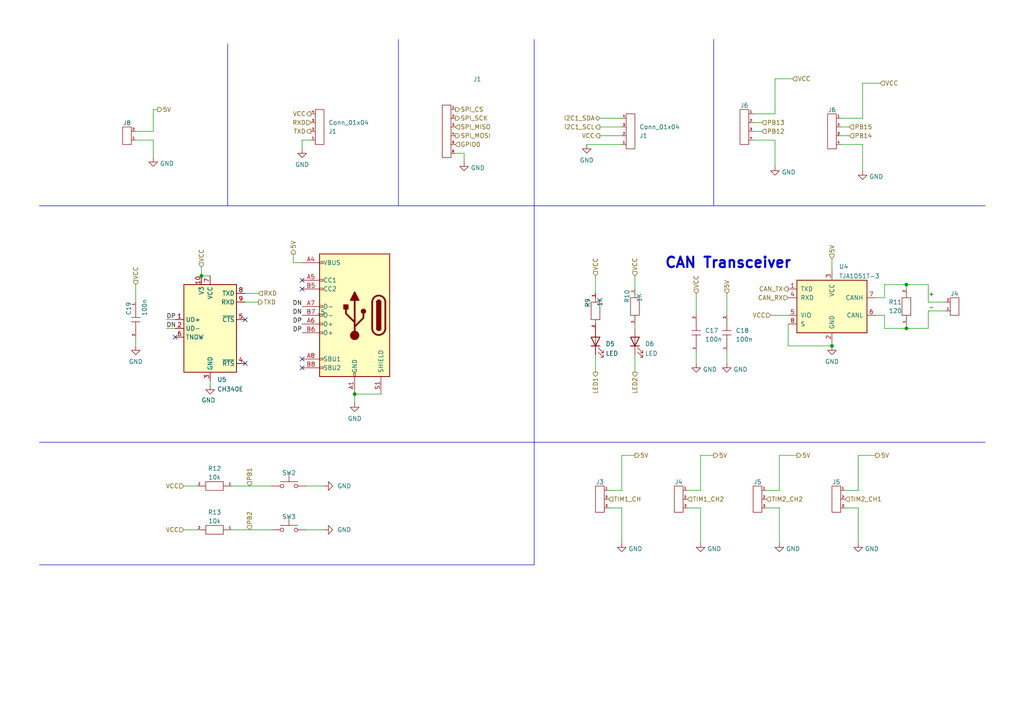
<source format=kicad_sch>
(kicad_sch (version 20230121) (generator eeschema)
  (paper "A4")
  (lib_symbols
    (symbol "001_Basic_PassiveComponents:001_Resistor" (pin_names (offset 1.016))
      (property "Reference" "R" (at -4.445 -2.54 0))
      (property "Value" "001_Resistor" (at 0 2.54 0))
      (symbol "001_Resistor_0_1"
        (rectangle (start -2.54 1.27) (end 2.54 -1.27))
        (polyline (pts (xy -3.81 0) (xy -2.54 0)))
        (polyline (pts (xy 2.54 0) (xy 3.81 0)))
      )
      (symbol "001_Resistor_1_1"
        (pin passive line (at -5.08 0 0) (length 1.27) (name "~") (number "1"))
        (pin passive line (at 5.08 0 180) (length 1.27) (name "~") (number "2"))
      )
    )
    (symbol "001_Basic_PassiveComponents:101_Capacitor" (pin_names (offset 1.016))
      (property "Reference" "C" (at -4.445 -2.54 0))
      (property "Value" "101_Capacitor" (at 0 2.54 0))
      (symbol "101_Capacitor_0_1"
        (polyline (pts (xy -3.81 0) (xy -0.635 0)))
        (polyline (pts (xy -0.635 1.27) (xy -0.635 -1.27)))
        (polyline (pts (xy 0.635 0) (xy 3.81 0)))
        (polyline (pts (xy 0.635 1.27) (xy 0.635 -1.27)))
      )
      (symbol "101_Capacitor_1_1"
        (pin passive line (at -5.08 0 0) (length 1.27) (name "~") (number "1"))
        (pin passive line (at 5.08 0 180) (length 1.27) (name "~") (number "2"))
      )
    )
    (symbol "302_Link_W2B-Connector:Conn_01x02"
      (property "Reference" "J" (at 0 -5.08 0))
      (property "Value" "Conn_01x02" (at 0 2.54 0))
      (symbol "Conn_01x02_0_0"
        (pin passive line (at -2.54 0 0) (length 1.27) (name "") (number "1"))
        (pin passive line (at -2.54 -2.54 0) (length 1.27) (name "") (number "2"))
      )
      (symbol "Conn_01x02_0_1"
        (rectangle (start -1.27 1.27) (end 1.27 -3.81) (stroke (width 0.1524)))
      )
    )
    (symbol "302_Link_W2B-Connector:Conn_01x03"
      (property "Reference" "J" (at 0 -5.08 0))
      (property "Value" "Conn_01x03" (at 0 5.08 0))
      (symbol "Conn_01x03_0_0"
        (pin passive line (at -2.54 2.54 0) (length 1.27) (name "") (number "1"))
        (pin passive line (at -2.54 0 0) (length 1.27) (name "") (number "2"))
        (pin passive line (at -2.54 -2.54 0) (length 1.27) (name "") (number "3"))
      )
      (symbol "Conn_01x03_0_1"
        (rectangle (start -1.27 3.81) (end 1.27 -3.81) (stroke (width 0.1524)))
      )
    )
    (symbol "302_Link_W2B-Connector:Conn_01x04"
      (property "Reference" "J" (at 0 -7.62 0))
      (property "Value" "Conn_01x04" (at 0 5.08 0))
      (symbol "Conn_01x04_0_0"
        (pin passive line (at -2.54 2.54 0) (length 1.27) (name "") (number "1"))
        (pin passive line (at -2.54 0 0) (length 1.27) (name "") (number "2"))
        (pin passive line (at -2.54 -2.54 0) (length 1.27) (name "") (number "3"))
        (pin passive line (at -2.54 -5.08 0) (length 1.27) (name "") (number "4"))
      )
      (symbol "Conn_01x04_0_1"
        (rectangle (start -1.27 3.81) (end 1.27 -6.35) (stroke (width 0.1524)))
      )
    )
    (symbol "302_Link_W2B-Connector:Conn_01x06"
      (property "Reference" "J" (at 0 -16.51 0))
      (property "Value" "Conn_01x06" (at 0 1.27 0))
      (symbol "Conn_01x06_0_0"
        (pin passive line (at -2.54 -1.27 0) (length 1.27) (name "") (number "1"))
        (pin passive line (at -2.54 -3.81 0) (length 1.27) (name "") (number "2"))
        (pin passive line (at -2.54 -6.35 0) (length 1.27) (name "") (number "3"))
        (pin passive line (at -2.54 -8.89 0) (length 1.27) (name "") (number "4"))
        (pin passive line (at -2.54 -11.43 0) (length 1.27) (name "") (number "5"))
        (pin passive line (at -2.54 -13.97 0) (length 1.27) (name "") (number "6"))
      )
      (symbol "Conn_01x06_0_1"
        (rectangle (start -1.27 0) (end 1.27 -15.24) (stroke (width 0.1524)))
      )
    )
    (symbol "Connector:USB_C_Receptacle_USB2.0" (pin_names (offset 1.016))
      (property "Reference" "J?" (at 10.922 0.9085 0))
      (symbol "USB_C_Receptacle_USB2.0_0_0"
        (rectangle (start -0.254 -17.78) (end 0.254 -16.764))
        (rectangle (start 10.16 -14.986) (end 9.144 -15.494))
        (rectangle (start 10.16 -12.446) (end 9.144 -12.954))
        (rectangle (start 10.16 -4.826) (end 9.144 -5.334))
        (rectangle (start 10.16 -2.286) (end 9.144 -2.794))
        (rectangle (start 10.16 0.254) (end 9.144 -0.254))
        (rectangle (start 10.16 2.794) (end 9.144 2.286))
        (rectangle (start 10.16 7.874) (end 9.144 7.366))
        (rectangle (start 10.16 10.414) (end 9.144 9.906))
        (rectangle (start 10.16 15.494) (end 9.144 14.986))
      )
      (symbol "USB_C_Receptacle_USB2.0_0_1"
        (rectangle (start -10.16 17.78) (end 10.16 -17.78) (stroke (width 0.254)) (fill (type background)))
        (arc (start -8.89 -3.81) (mid -6.985 -5.7067) (end -5.08 -3.81) (stroke (width 0.508)))
        (arc (start -7.62 -3.81) (mid -6.985 -4.4423) (end -6.35 -3.81) (stroke (width 0.254)))
        (arc (start -7.62 -3.81) (mid -6.985 -4.4423) (end -6.35 -3.81) (stroke (width 0.254)) (fill (type outline)))
        (rectangle (start -7.62 -3.81) (end -6.35 3.81) (stroke (width 0.254)) (fill (type outline)))
        (arc (start -6.35 3.81) (mid -6.985 4.4423) (end -7.62 3.81) (stroke (width 0.254)))
        (arc (start -6.35 3.81) (mid -6.985 4.4423) (end -7.62 3.81) (stroke (width 0.254)) (fill (type outline)))
        (arc (start -5.08 3.81) (mid -6.985 5.7067) (end -8.89 3.81) (stroke (width 0.508)))
        (circle (center -2.54 1.143) (radius 0.635) (stroke (width 0.254)) (fill (type outline)))
        (circle (center 0 -5.842) (radius 1.27) (fill (type outline)))
        (polyline (pts (xy -8.89 -3.81) (xy -8.89 3.81)) (stroke (width 0.508)))
        (polyline (pts (xy -5.08 3.81) (xy -5.08 -3.81)) (stroke (width 0.508)))
        (polyline (pts (xy 0 -5.842) (xy 0 4.318)) (stroke (width 0.508)))
        (polyline (pts (xy 0 -3.302) (xy -2.54 -0.762) (xy -2.54 0.508)) (stroke (width 0.508)))
        (polyline (pts (xy 0 -2.032) (xy 2.54 0.508) (xy 2.54 1.778)) (stroke (width 0.508)))
        (polyline (pts (xy -1.27 4.318) (xy 0 6.858) (xy 1.27 4.318) (xy -1.27 4.318)) (stroke (width 0.254)) (fill (type outline)))
        (rectangle (start 1.905 1.778) (end 3.175 3.048) (stroke (width 0.254)) (fill (type outline)))
      )
      (symbol "USB_C_Receptacle_USB2.0_1_1"
        (pin passive line (at 0 -22.86 90) (length 5.08) (name "GND") (number "A1"))
        (pin passive line (at 0 -22.86 90) (length 5.08) hide (name "GND") (number "A12"))
        (pin passive line (at 15.24 15.24 180) (length 5.08) (name "VBUS") (number "A4"))
        (pin bidirectional line (at 15.24 10.16 180) (length 5.08) (name "CC1") (number "A5"))
        (pin bidirectional line (at 15.24 -2.54 180) (length 5.08) (name "D+") (number "A6"))
        (pin bidirectional line (at 15.24 2.54 180) (length 5.08) (name "D-") (number "A7"))
        (pin bidirectional line (at 15.24 -12.7 180) (length 5.08) (name "SBU1") (number "A8"))
        (pin passive line (at 15.24 15.24 180) (length 5.08) hide (name "VBUS") (number "A9"))
        (pin passive line (at 0 -22.86 90) (length 5.08) hide (name "GND") (number "B1"))
        (pin passive line (at 0 -22.86 90) (length 5.08) hide (name "GND") (number "B12"))
        (pin passive line (at 15.24 15.24 180) (length 5.08) hide (name "VBUS") (number "B4"))
        (pin bidirectional line (at 15.24 7.62 180) (length 5.08) (name "CC2") (number "B5"))
        (pin bidirectional line (at 15.24 -5.08 180) (length 5.08) (name "D+") (number "B6"))
        (pin bidirectional line (at 15.24 0 180) (length 5.08) (name "D-") (number "B7"))
        (pin bidirectional line (at 15.24 -15.24 180) (length 5.08) (name "SBU2") (number "B8"))
        (pin passive line (at 15.24 15.24 180) (length 5.08) hide (name "VBUS") (number "B9"))
        (pin passive line (at -7.62 -22.86 90) (length 5.08) (name "SHIELD") (number "S1"))
      )
    )
    (symbol "Device:LED" (pin_numbers hide) (pin_names (offset 1.016) hide)
      (property "Reference" "D" (at 0 2.54 0))
      (property "Value" "LED" (at 0 -2.54 0))
      (symbol "LED_0_1"
        (polyline (pts (xy -1.27 -1.27) (xy -1.27 1.27)) (stroke (width 0.254)))
        (polyline (pts (xy -1.27 0) (xy 1.27 0)))
        (polyline (pts (xy 1.27 -1.27) (xy 1.27 1.27) (xy -1.27 0) (xy 1.27 -1.27)) (stroke (width 0.254)))
        (polyline (pts (xy -3.048 -0.762) (xy -4.572 -2.286) (xy -3.81 -2.286) (xy -4.572 -2.286) (xy -4.572 -1.524)))
        (polyline (pts (xy -1.778 -0.762) (xy -3.302 -2.286) (xy -2.54 -2.286) (xy -3.302 -2.286) (xy -3.302 -1.524)))
      )
      (symbol "LED_1_1"
        (pin passive line (at -3.81 0 0) (length 2.54) (name "K") (number "1"))
        (pin passive line (at 3.81 0 180) (length 2.54) (name "A") (number "2"))
      )
    )
    (symbol "Interface_CAN_LIN:TJA1051T-3" (pin_names (offset 1.016))
      (property "Reference" "U" (at -10.16 8.89 0))
      (property "Value" "TJA1051T-3" (at 1.27 8.89 0))
      (symbol "TJA1051T-3_0_1"
        (rectangle (start -10.16 7.62) (end 10.16 -7.62) (stroke (width 0.254)) (fill (type background)))
      )
      (symbol "TJA1051T-3_1_1"
        (pin input line (at -12.7 5.08 0) (length 2.54) (name "TXD") (number "1"))
        (pin power_in line (at 0 -10.16 90) (length 2.54) (name "GND") (number "2"))
        (pin power_in line (at 0 10.16 270) (length 2.54) (name "VCC") (number "3"))
        (pin output line (at -12.7 2.54 0) (length 2.54) (name "RXD") (number "4"))
        (pin power_in line (at -12.7 -2.54 0) (length 2.54) (name "VIO") (number "5"))
        (pin bidirectional line (at 12.7 -2.54 180) (length 2.54) (name "CANL") (number "6"))
        (pin bidirectional line (at 12.7 2.54 180) (length 2.54) (name "CANH") (number "7"))
        (pin input line (at -12.7 -5.08 0) (length 2.54) (name "S") (number "8"))
      )
    )
    (symbol "Interface_USB:CH340E"
      (property "Reference" "U" (at -5.08 13.97 0))
      (property "Value" "CH340E" (at 1.27 13.97 0))
      (symbol "CH340E_0_1"
        (rectangle (start -7.62 12.7) (end 7.62 -12.7) (stroke (width 0.254)) (fill (type background)))
      )
      (symbol "CH340E_1_1"
        (pin bidirectional line (at -10.16 2.54 0) (length 2.54) (name "UD+") (number "1"))
        (pin passive line (at -2.54 15.24 270) (length 2.54) (name "V3") (number "10"))
        (pin bidirectional line (at -10.16 0 0) (length 2.54) (name "UD-") (number "2"))
        (pin power_in line (at 0 -15.24 90) (length 2.54) (name "GND") (number "3"))
        (pin output line (at 10.16 -10.16 180) (length 2.54) (name "~{RTS}") (number "4"))
        (pin input line (at 10.16 2.54 180) (length 2.54) (name "~{CTS}") (number "5"))
        (pin output line (at -10.16 -2.54 0) (length 2.54) (name "TNOW") (number "6"))
        (pin power_in line (at 0 15.24 270) (length 2.54) (name "VCC") (number "7"))
        (pin output line (at 10.16 10.16 180) (length 2.54) (name "TXD") (number "8"))
        (pin input line (at 10.16 7.62 180) (length 2.54) (name "RXD") (number "9"))
      )
    )
    (symbol "Link_W2B_connector:Conn_01x04"
      (property "Reference" "J" (at 0 -7.62 0))
      (property "Value" "Conn_01x04" (at 0 5.08 0))
      (symbol "Conn_01x04_0_0"
        (pin passive line (at -2.54 2.54 0) (length 1.27) (name "") (number "1"))
        (pin passive line (at -2.54 0 0) (length 1.27) (name "") (number "2"))
        (pin passive line (at -2.54 -2.54 0) (length 1.27) (name "") (number "3"))
        (pin passive line (at -2.54 -5.08 0) (length 1.27) (name "") (number "4"))
      )
      (symbol "Conn_01x04_0_1"
        (rectangle (start -1.27 3.81) (end 1.27 -6.35) (stroke (width 0.1524)))
      )
    )
    (symbol "Switch:SW_Push" (pin_numbers hide) (pin_names (offset 1.016) hide)
      (property "Reference" "SW" (at 1.27 2.54 0))
      (property "Value" "SW_Push" (at 0 -1.524 0))
      (symbol "SW_Push_0_1"
        (circle (center -2.032 0) (radius 0.508))
        (polyline (pts (xy 0 1.27) (xy 0 3.048)))
        (polyline (pts (xy 2.54 1.27) (xy -2.54 1.27)))
        (circle (center 2.032 0) (radius 0.508))
        (pin passive line (at -5.08 0 0) (length 2.54) (name "1") (number "1"))
        (pin passive line (at 5.08 0 180) (length 2.54) (name "2") (number "2"))
      )
    )
    (symbol "power:GND" (power) (pin_names (offset 0))
      (property "Value" "GND" (at 0 -3.81 0))
      (symbol "GND_0_1"
        (polyline (pts (xy 0 0) (xy 0 -1.27) (xy 1.27 -1.27) (xy 0 -2.54) (xy -1.27 -1.27) (xy 0 -1.27)))
      )
      (symbol "GND_1_1"
        (pin power_in line (at 0 0 270) (length 0) hide (name "GND") (number "1"))
      )
    )
  )
  (junction (at 58.42 80.01))
  (junction (at 102.87 114.3))
  (junction (at 241.3 100.33))
  (junction (at 262.89 82.55))
  (junction (at 262.89 95.25))
  (no_connect (at 87.63 83.82))
  (no_connect (at 87.63 104.14))
  (no_connect (at 71.12 92.71))
  (no_connect (at 87.63 81.28))
  (no_connect (at 50.8 97.79))
  (no_connect (at 87.63 106.68))
  (no_connect (at 71.12 105.41))
  (wire (pts (xy 53.34 140.97) (xy 57.15 140.97)))
  (wire (pts (xy 203.2 147.32) (xy 199.39 147.32)))
  (wire (pts (xy 250.19 24.13) (xy 250.19 34.29)))
  (wire (pts (xy 262.89 82.55) (xy 262.89 83.82)))
  (wire (pts (xy 223.52 91.44) (xy 228.6 91.44)))
  (wire (pts (xy 67.31 153.67) (xy 78.74 153.67)))
  (wire (pts (xy 256.54 86.36) (xy 256.54 82.55)))
  (polyline (pts (xy 11.43 128.27) (xy 285.75 128.27)))
  (polyline (pts (xy 154.94 128.27) (xy 154.94 163.83)))
  (wire (pts (xy 218.44 33.02) (xy 224.79 33.02)))
  (wire (pts (xy 48.26 95.25) (xy 50.8 95.25)))
  (wire (pts (xy 226.06 132.08) (xy 231.14 132.08)))
  (wire (pts (xy 229.87 22.86) (xy 224.79 22.86)))
  (polyline (pts (xy 11.43 163.83) (xy 154.94 163.83)))
  (polyline (pts (xy 115.57 11.43) (xy 115.57 59.69)))
  (wire (pts (xy 184.15 93.98) (xy 184.15 95.25)))
  (wire (pts (xy 67.31 140.97) (xy 78.74 140.97)))
  (wire (pts (xy 262.89 95.25) (xy 269.24 95.25)))
  (wire (pts (xy 45.72 31.75) (xy 44.45 31.75)))
  (wire (pts (xy 218.44 38.1) (xy 220.98 38.1)))
  (wire (pts (xy 243.84 39.37) (xy 246.38 39.37)))
  (wire (pts (xy 134.62 46.99) (xy 134.62 44.45)))
  (wire (pts (xy 90.17 40.64) (xy 87.63 40.64)))
  (wire (pts (xy 85.09 76.2) (xy 87.63 76.2)))
  (polyline (pts (xy 11.43 59.69) (xy 285.75 59.69)))
  (wire (pts (xy 44.45 31.75) (xy 44.45 38.1)))
  (wire (pts (xy 39.37 38.1) (xy 44.45 38.1)))
  (wire (pts (xy 180.34 36.83) (xy 173.99 36.83)))
  (wire (pts (xy 39.37 40.64) (xy 44.45 40.64)))
  (wire (pts (xy 170.18 41.91) (xy 180.34 41.91)))
  (wire (pts (xy 203.2 157.48) (xy 203.2 147.32)))
  (wire (pts (xy 243.84 34.29) (xy 250.19 34.29)))
  (polyline (pts (xy 207.01 11.43) (xy 207.01 59.69)))
  (polyline (pts (xy 154.94 59.69) (xy 154.94 128.27)))
  (wire (pts (xy 180.34 142.24) (xy 176.53 142.24)))
  (wire (pts (xy 210.82 85.09) (xy 210.82 91.44)))
  (wire (pts (xy 93.98 140.97) (xy 88.9 140.97)))
  (wire (pts (xy 48.26 92.71) (xy 50.8 92.71)))
  (wire (pts (xy 172.72 102.87) (xy 172.72 107.95)))
  (wire (pts (xy 74.93 85.09) (xy 71.12 85.09)))
  (wire (pts (xy 210.82 101.6) (xy 210.82 105.41)))
  (wire (pts (xy 228.6 100.33) (xy 241.3 100.33)))
  (wire (pts (xy 180.34 132.08) (xy 180.34 142.24)))
  (wire (pts (xy 58.42 77.47) (xy 58.42 80.01)))
  (wire (pts (xy 269.24 90.17) (xy 274.32 90.17)))
  (wire (pts (xy 102.87 114.3) (xy 102.87 116.84)))
  (wire (pts (xy 254 86.36) (xy 256.54 86.36)))
  (wire (pts (xy 93.98 153.67) (xy 88.9 153.67)))
  (wire (pts (xy 201.93 101.6) (xy 201.93 105.41)))
  (wire (pts (xy 218.44 40.64) (xy 224.79 40.64)))
  (wire (pts (xy 255.27 24.13) (xy 250.19 24.13)))
  (wire (pts (xy 85.09 73.66) (xy 85.09 76.2)))
  (wire (pts (xy 262.89 82.55) (xy 269.24 82.55)))
  (polyline (pts (xy 66.04 12.7) (xy 66.04 59.69)))
  (wire (pts (xy 226.06 157.48) (xy 226.06 147.32)))
  (wire (pts (xy 256.54 91.44) (xy 256.54 95.25)))
  (wire (pts (xy 241.3 74.93) (xy 241.3 78.74)))
  (wire (pts (xy 60.96 110.49) (xy 60.96 111.76)))
  (wire (pts (xy 180.34 132.08) (xy 184.15 132.08)))
  (wire (pts (xy 256.54 82.55) (xy 262.89 82.55)))
  (wire (pts (xy 44.45 45.72) (xy 44.45 40.64)))
  (wire (pts (xy 39.37 82.55) (xy 39.37 87.63)))
  (wire (pts (xy 87.63 40.64) (xy 87.63 43.18)))
  (wire (pts (xy 172.72 80.01) (xy 172.72 85.09)))
  (wire (pts (xy 248.92 147.32) (xy 245.11 147.32)))
  (wire (pts (xy 269.24 87.63) (xy 274.32 87.63)))
  (wire (pts (xy 226.06 147.32) (xy 222.25 147.32)))
  (wire (pts (xy 256.54 95.25) (xy 262.89 95.25)))
  (wire (pts (xy 39.37 97.79) (xy 39.37 100.33)))
  (wire (pts (xy 248.92 142.24) (xy 245.11 142.24)))
  (wire (pts (xy 243.84 36.83) (xy 246.38 36.83)))
  (wire (pts (xy 180.34 147.32) (xy 176.53 147.32)))
  (wire (pts (xy 53.34 153.67) (xy 57.15 153.67)))
  (wire (pts (xy 248.92 132.08) (xy 248.92 142.24)))
  (wire (pts (xy 226.06 142.24) (xy 222.25 142.24)))
  (wire (pts (xy 180.34 34.29) (xy 173.99 34.29)))
  (wire (pts (xy 71.12 87.63) (xy 74.93 87.63)))
  (wire (pts (xy 243.84 41.91) (xy 250.19 41.91)))
  (wire (pts (xy 102.87 114.3) (xy 110.49 114.3)))
  (wire (pts (xy 269.24 90.17) (xy 269.24 95.25)))
  (wire (pts (xy 180.34 39.37) (xy 173.99 39.37)))
  (wire (pts (xy 241.3 99.06) (xy 241.3 100.33)))
  (wire (pts (xy 203.2 142.24) (xy 199.39 142.24)))
  (wire (pts (xy 262.89 93.98) (xy 262.89 95.25)))
  (wire (pts (xy 224.79 48.26) (xy 224.79 40.64)))
  (wire (pts (xy 184.15 80.01) (xy 184.15 83.82)))
  (wire (pts (xy 203.2 132.08) (xy 207.01 132.08)))
  (wire (pts (xy 184.15 102.87) (xy 184.15 107.95)))
  (wire (pts (xy 224.79 22.86) (xy 224.79 33.02)))
  (wire (pts (xy 256.54 91.44) (xy 254 91.44)))
  (wire (pts (xy 201.93 85.09) (xy 201.93 91.44)))
  (wire (pts (xy 134.62 44.45) (xy 132.08 44.45)))
  (wire (pts (xy 203.2 132.08) (xy 203.2 142.24)))
  (wire (pts (xy 248.92 157.48) (xy 248.92 147.32)))
  (wire (pts (xy 180.34 157.48) (xy 180.34 147.32)))
  (wire (pts (xy 248.92 132.08) (xy 254 132.08)))
  (wire (pts (xy 226.06 132.08) (xy 226.06 142.24)))
  (wire (pts (xy 269.24 82.55) (xy 269.24 87.63)))
  (wire (pts (xy 58.42 80.01) (xy 60.96 80.01)))
  (wire (pts (xy 250.19 49.53) (xy 250.19 41.91)))
  (wire (pts (xy 218.44 35.56) (xy 220.98 35.56)))
  (polyline (pts (xy 154.94 11.43) (xy 154.94 59.69)))
  (wire (pts (xy 228.6 93.98) (xy 228.6 100.33)))
  (text "CAN Transceiver" (at 192.659 78.105 0) (effects (font (size 3 3) (thickness 0.6) bold) (justify left bottom)))
  (label "DP" (at 48.26 92.71 0))
  (label "DN" (at 87.63 91.44 180))
  (label "DN" (at 87.63 88.9 180))
  (label "DN" (at 48.26 95.25 0))
  (label "DP" (at 87.63 96.52 180))
  (label "+" (at 269.24 86.36 0))
  (label "-" (at 269.24 90.17 0))
  (label "DP" (at 87.63 93.98 180))
  (hierarchical_label "SPI_MOSI" (shape output) (at 132.08 39.37 0))
  (hierarchical_label "PB1" (shape input) (at 72.39 140.97 90))
  (hierarchical_label "5V" (shape output) (at 231.14 132.08 0))
  (hierarchical_label "5V" (shape output) (at 45.72 31.75 0))
  (hierarchical_label "VCC" (shape input) (at 39.37 82.55 90))
  (hierarchical_label "TXD" (shape output) (at 90.17 38.1 180))
  (hierarchical_label "i2C1_SDA" (shape bidirectional) (at 173.99 34.29 180))
  (hierarchical_label "CAN_TX" (shape output) (at 228.6 83.82 180))
  (hierarchical_label "5V" (shape input) (at 210.82 85.09 90))
  (hierarchical_label "RXD" (shape input) (at 90.17 35.56 180))
  (hierarchical_label "PB12" (shape input) (at 220.98 38.1 0))
  (hierarchical_label "TIM2_CH1" (shape input) (at 245.11 144.78 0))
  (hierarchical_label "TIM1_CH2" (shape input) (at 199.39 144.78 0))
  (hierarchical_label "LED2" (shape output) (at 184.15 107.95 270))
  (hierarchical_label "VCC" (shape input) (at 201.93 85.09 90))
  (hierarchical_label "5V" (shape output) (at 184.15 132.08 0))
  (hierarchical_label "PB15" (shape input) (at 246.38 36.83 0))
  (hierarchical_label "VCC" (shape input) (at 255.27 24.13 0))
  (hierarchical_label "CAN_RX" (shape input) (at 228.6 86.36 180))
  (hierarchical_label "RXD" (shape input) (at 74.93 85.09 0))
  (hierarchical_label "VCC" (shape input) (at 172.72 80.01 90))
  (hierarchical_label "VCC" (shape input) (at 53.34 140.97 180))
  (hierarchical_label "SPI_SCK" (shape output) (at 132.08 34.29 0))
  (hierarchical_label "GPIO0" (shape input) (at 132.08 41.91 0))
  (hierarchical_label "SPI_CS" (shape output) (at 132.08 31.75 0))
  (hierarchical_label "TIM1_CH" (shape input) (at 176.53 144.78 0))
  (hierarchical_label "PB14" (shape input) (at 246.38 39.37 0))
  (hierarchical_label "VCC" (shape input) (at 223.52 91.44 180))
  (hierarchical_label "PB2" (shape input) (at 72.39 153.67 90))
  (hierarchical_label "SPI_MISO" (shape input) (at 132.08 36.83 0))
  (hierarchical_label "i2C1_SCL" (shape output) (at 173.99 36.83 180))
  (hierarchical_label "5V" (shape output) (at 85.09 73.66 90))
  (hierarchical_label "VCC" (shape input) (at 53.34 153.67 180))
  (hierarchical_label "LED1" (shape output) (at 172.72 107.95 270))
  (hierarchical_label "VCC" (shape output) (at 173.99 39.37 180))
  (hierarchical_label "5V" (shape output) (at 254 132.08 0))
  (hierarchical_label "VCC" (shape input) (at 58.42 77.47 90))
  (hierarchical_label "VCC" (shape input) (at 184.15 80.01 90))
  (hierarchical_label "5V" (shape input) (at 241.3 74.93 90))
  (hierarchical_label "5V" (shape output) (at 207.01 132.08 0))
  (hierarchical_label "TIM2_CH2" (shape input) (at 222.25 144.78 0))
  (hierarchical_label "VCC" (shape output) (at 90.17 33.02 180))
  (hierarchical_label "PB13" (shape input) (at 220.98 35.56 0))
  (hierarchical_label "TXD" (shape output) (at 74.93 87.63 0))
  (hierarchical_label "VCC" (shape input) (at 229.87 22.86 0))
  (symbol (lib_id "power:GND") (at 226.06 157.48 0) (unit 1)
    (property "Reference" "#PWR020" (effects hide))
    (property "Value" "GND" (at 227.965 159.1838 0) (effects (justify left)))
    (instances (project "FanSlaveBoard" (path "" (reference "#PWR020") (unit 1))) (project "f103c8t6开发板" (path "" (reference "#PWR024") (unit 1))))
  )
  (symbol (lib_id "power:GND") (at 210.82 105.41 0) (unit 1)
    (property "Reference" "#PWR033" (effects hide))
    (property "Value" "GND" (at 212.725 107.159 0) (effects (justify left)))
  )
  (symbol (lib_id "Connector:USB_C_Receptacle_USB2.0") (at 102.87 91.44 0) (mirror y) (unit 1)
    (property "Reference" "J5" (at 91.948 90.5315 0) (effects (justify right)))
    (property "Value" "USB_C_Receptacle_USB2.0" (effects hide))
    (property "Footprint" "Connector_USB:USB_C_Receptacle_HRO_TYPE-C-31-M-12" (effects hide))
    (property "Datasheet" "https://www.usb.org/sites/default/files/documents/usb_type-c.zip" (effects hide))
  )
  (symbol (lib_id "power:GND") (at 203.2 157.48 0) (unit 1)
    (property "Reference" "#PWR019" (effects hide))
    (property "Value" "GND" (at 205.105 159.1838 0) (effects (justify left)))
    (instances (project "FanSlaveBoard" (path "" (reference "#PWR019") (unit 1))) (project "f103c8t6开发板" (path "" (reference "#PWR010") (unit 1))))
  )
  (symbol (lib_id "power:GND") (at 39.37 100.33 0) (unit 1)
    (property "Reference" "#PWR040" (effects hide))
    (property "Value" "GND" (at 39.37 104.8925 0))
  )
  (symbol (lib_id "001_Basic_PassiveComponents:101_Capacitor") (at 39.37 92.71 90) (mirror x) (unit 1)
    (property "Reference" "C19" (at 37.338 91.44 0) (effects (justify right)))
    (property "Value" "100n" (at 41.91 91.694 0) (effects (justify right)))
    (property "Footprint" "Capacitor_SMD:C_0603_1608Metric" (effects hide))
    (property "Symbol type" "Alternate Source" (effects hide))
  )
  (symbol (lib_id "Device:LED") (at 172.72 99.06 90) (unit 1)
    (property "Reference" "D5" (at 175.641 99.739 90) (effects (justify right)))
    (property "Value" "LED" (at 175.641 102.5141 90) (effects (justify right)))
    (property "Footprint" "LED_SMD:LED_0603_1608Metric" (effects hide))
  )
  (symbol (lib_id "power:GND") (at 241.3 100.33 0) (unit 1)
    (property "Reference" "#PWR037" (effects hide))
    (property "Value" "GND" (at 241.3 104.8925 0))
  )
  (symbol (lib_id "001_Basic_PassiveComponents:001_Resistor") (at 62.23 140.97 180) (unit 1)
    (property "Reference" "R12" (at 62.23 135.89 0))
    (property "Value" "10k" (at 62.23 138.43 0))
    (property "Footprint" "PCM_001_GN_RCL_SMD:R0603(1608M)" (effects hide))
    (property "Symbol type" "Alternate Source" (effects hide))
  )
  (symbol (lib_id "power:GND") (at 250.19 49.53 0) (unit 1)
    (property "Reference" "#PWR011" (effects hide))
    (property "Value" "GND" (at 252.095 51.2338 0) (effects (justify left)))
    (instances (project "FanSlaveBoard" (path "" (reference "#PWR011") (unit 1))) (project "f103c8t6开发板" (path "" (reference "#PWR06") (unit 1))))
  )
  (symbol (lib_id "Device:LED") (at 184.15 99.06 90) (unit 1)
    (property "Reference" "D6" (at 187.071 99.739 90) (effects (justify right)))
    (property "Value" "LED" (at 187.071 102.5141 90) (effects (justify right)))
    (property "Footprint" "LED_SMD:LED_0603_1608Metric" (effects hide))
  )
  (symbol (lib_id "Interface_CAN_LIN:TJA1051T-3") (at 241.3 88.9 0) (unit 1)
    (property "Reference" "U4" (at 243.3194 77.3135 0) (effects (justify left)))
    (property "Value" "TJA1051T-3" (at 243.3194 80.0886 0) (effects (justify left)))
    (property "Footprint" "Package_SO:SOIC-8_3.9x4.9mm_P1.27mm" (effects hide))
    (property "Datasheet" "http://www.nxp.com/documents/data_sheet/TJA1051.pdf" (effects hide))
  )
  (symbol (lib_id "power:GND") (at 134.62 46.99 0) (unit 1)
    (property "Reference" "#PWR010" (effects hide))
    (property "Value" "GND" (at 136.525 48.6938 0) (effects (justify left)))
    (instances (project "FanSlaveBoard" (path "" (reference "#PWR010") (unit 1))) (project "f103c8t6开发板" (path "" (reference "#PWR055") (unit 1)) (path "" (reference "#PWR055") (unit 1))))
  )
  (symbol (lib_id "power:GND") (at 102.87 116.84 0) (unit 1)
    (property "Reference" "#PWR044" (effects hide))
    (property "Value" "GND" (at 102.87 121.4025 0))
  )
  (symbol (lib_id "power:GND") (at 93.98 140.97 90) (unit 1)
    (property "Reference" "#PWR049" (effects hide))
    (property "Value" "GND" (at 97.79 140.9699 90) (effects (justify right)))
  )
  (symbol (lib_id "302_Link_W2B-Connector:Conn_01x03") (at 219.71 144.78 0) (mirror y) (unit 1)
    (property "Reference" "J5" (at 219.71 139.8072 0))
    (property "Value" "Conn_01x03" (effects hide))
    (property "Footprint" "Connector_PinHeader_2.54mm:PinHeader_1x03_P2.54mm_Vertical" (effects hide))
    (instances (project "FanSlaveBoard" (path "" (reference "J5") (unit 1))) (project "f103c8t6开发板" (path "" (reference "J10") (unit 1))))
  )
  (symbol (lib_id "power:GND") (at 93.98 153.67 90) (unit 1)
    (property "Reference" "#PWR050" (effects hide))
    (property "Value" "GND" (at 97.79 153.6699 90) (effects (justify right)))
  )
  (symbol (lib_id "302_Link_W2B-Connector:Conn_01x03") (at 196.85 144.78 0) (mirror y) (unit 1)
    (property "Reference" "J4" (at 196.85 139.8072 0))
    (property "Value" "Conn_01x03" (effects hide))
    (property "Footprint" "Connector_PinHeader_2.54mm:PinHeader_1x03_P2.54mm_Vertical" (effects hide))
    (instances (project "FanSlaveBoard" (path "" (reference "J4") (unit 1))) (project "f103c8t6开发板" (path "" (reference "J9") (unit 1))))
  )
  (symbol (lib_id "power:GND") (at 201.93 105.41 0) (unit 1)
    (property "Reference" "#PWR031" (effects hide))
    (property "Value" "GND" (at 203.835 107.159 0) (effects (justify left)))
  )
  (symbol (lib_id "001_Basic_PassiveComponents:001_Resistor") (at 262.89 88.9 90) (unit 1)
    (property "Reference" "R11" (at 261.62 87.63 90) (effects (justify left)))
    (property "Value" "120" (at 261.62 90.17 90) (effects (justify left)))
    (property "Footprint" "PCM_001_GN_RCL_SMD:R0603(1608M)" (effects hide))
    (property "Symbol type" "Alternate Source" (effects hide))
  )
  (symbol (lib_id "power:GND") (at 87.63 43.18 0) (unit 1)
    (property "Reference" "#PWR09" (effects hide))
    (property "Value" "GND" (at 87.63 47.7425 0))
  )
  (symbol (lib_id "302_Link_W2B-Connector:Conn_01x03") (at 242.57 144.78 0) (mirror y) (unit 1)
    (property "Reference" "J5" (at 242.57 139.8072 0))
    (property "Value" "Conn_01x03" (effects hide))
    (property "Footprint" "Connector_PinHeader_2.54mm:PinHeader_1x03_P2.54mm_Vertical" (effects hide))
    (instances (project "FanSlaveBoard" (path "" (reference "J5") (unit 1))) (project "f103c8t6开发板" (path "" (reference "J11") (unit 1))))
  )
  (symbol (lib_id "Switch:SW_Push") (at 83.82 153.67 0) (unit 1)
    (property "Reference" "SW3" (at 83.82 149.86 0))
    (property "Value" " " (at 83.82 147.32 0))
    (property "Footprint" "Button_Switch_SMD:SW_SPST_FSMSM" (effects hide))
  )
  (symbol (lib_id "302_Link_W2B-Connector:Conn_01x03") (at 173.99 144.78 0) (mirror y) (unit 1)
    (property "Reference" "J3" (at 173.99 139.8072 0))
    (property "Value" "Conn_01x03" (effects hide))
    (property "Footprint" "Connector_PinHeader_2.54mm:PinHeader_1x03_P2.54mm_Vertical" (effects hide))
  )
  (symbol (lib_id "302_Link_W2B-Connector:Conn_01x04") (at 215.9 35.56 0) (mirror y) (unit 1)
    (property "Reference" "J6" (at 215.9 30.5872 0))
    (property "Value" "Conn_01x04" (effects hide))
    (property "Footprint" "Connector_PinHeader_2.54mm:PinHeader_1x04_P2.54mm_Vertical" (effects hide))
    (instances (project "FanSlaveBoard" (path "" (reference "J6") (unit 1))) (project "f103c8t6开发板" (path "" (reference "J12") (unit 1))))
  )
  (symbol (lib_id "302_Link_W2B-Connector:Conn_01x02") (at 276.86 90.17 0) (mirror x) (unit 1)
    (property "Reference" "J4" (at 276.86 85.1685 0))
    (property "Value" "Conn_01x02" (effects hide))
    (property "Footprint" "Connector_JST:JST_GH_SM02B-GHS-TB_1x02-1MP_P1.25mm_Horizontal" (effects hide))
  )
  (symbol (lib_id "power:GND") (at 44.45 45.72 0) (unit 1)
    (property "Reference" "#PWR08" (effects hide))
    (property "Value" "GND" (at 46.355 47.4238 0) (effects (justify left)))
    (instances (project "FanSlaveBoard" (path "" (reference "#PWR08") (unit 1))) (project "f103c8t6开发板" (path "" (reference "#PWR01") (unit 1))))
  )
  (symbol (lib_id "power:GND") (at 180.34 157.48 0) (unit 1)
    (property "Reference" "#PWR018" (effects hide))
    (property "Value" "GND" (at 182.245 159.1838 0) (effects (justify left)))
    (instances (project "FanSlaveBoard" (path "" (reference "#PWR018") (unit 1))) (project "f103c8t6开发板" (path "" (reference "#PWR05") (unit 1))))
  )
  (symbol (lib_id "302_Link_W2B-Connector:Conn_01x04") (at 182.88 39.37 0) (mirror x) (unit 1)
    (property "Reference" "J1" (at 185.42 39.3701 0) (effects (justify left)))
    (property "Value" "Conn_01x04" (at 185.42 36.8301 0) (effects (justify left)))
    (property "Footprint" "Connector_PinHeader_2.54mm:PinHeader_1x04_P2.54mm_Vertical" (effects hide))
    (instances (project "f103c8t6开发板" (path "" (reference "J1") (unit 1)) (path "" (reference "J8") (unit 1))))
  )
  (symbol (lib_id "power:GND") (at 224.79 48.26 0) (unit 1)
    (property "Reference" "#PWR011" (effects hide))
    (property "Value" "GND" (at 226.695 49.9638 0) (effects (justify left)))
    (instances (project "FanSlaveBoard" (path "" (reference "#PWR011") (unit 1))) (project "f103c8t6开发板" (path "" (reference "#PWR03") (unit 1))))
  )
  (symbol (lib_id "302_Link_W2B-Connector:Conn_01x04") (at 241.3 36.83 0) (mirror y) (unit 1)
    (property "Reference" "J6" (at 241.3 31.8572 0))
    (property "Value" "Conn_01x04" (effects hide))
    (property "Footprint" "Connector_PinHeader_2.54mm:PinHeader_1x04_P2.54mm_Vertical" (effects hide))
    (instances (project "FanSlaveBoard" (path "" (reference "J6") (unit 1))) (project "f103c8t6开发板" (path "" (reference "J13") (unit 1))))
  )
  (symbol (lib_id "302_Link_W2B-Connector:Conn_01x02") (at 36.83 40.64 180) (unit 1)
    (property "Reference" "J8" (at 36.83 35.6672 0))
    (property "Value" "Conn_01x02" (effects hide))
    (property "Footprint" "Connector_AMASS:AMASS_XT30UPB-M_1x02_P5.0mm_Vertical" (effects hide))
    (instances (project "FanSlaveBoard" (path "" (reference "J8") (unit 1))) (project "f103c8t6开发板" (path "" (reference "J2") (unit 1))))
  )
  (symbol (lib_id "001_Basic_PassiveComponents:001_Resistor") (at 62.23 153.67 180) (unit 1)
    (property "Reference" "R13" (at 62.23 148.59 0))
    (property "Value" "10k" (at 62.23 151.13 0))
    (property "Footprint" "PCM_001_GN_RCL_SMD:R0603(1608M)" (effects hide))
    (property "Symbol type" "Alternate Source" (effects hide))
  )
  (symbol (lib_id "power:GND") (at 60.96 111.76 0) (unit 1)
    (property "Reference" "#PWR042" (effects hide))
    (property "Value" "GND" (at 60.452 116.078 0))
  )
  (symbol (lib_id "power:GND") (at 170.18 41.91 0) (unit 1)
    (property "Reference" "#PWR022" (effects hide))
    (property "Value" "GND" (at 170.18 46.4725 0))
  )
  (symbol (lib_id "Link_W2B_connector:Conn_01x04") (at 92.71 38.1 0) (mirror x) (unit 1)
    (property "Reference" "J1" (at 95.25 38.1001 0) (effects (justify left)))
    (property "Value" "Conn_01x04" (at 95.25 35.5601 0) (effects (justify left)))
    (property "Footprint" "PCM_205_CONN_GH_SMD:GH1.25_H_4" (effects hide))
  )
  (symbol (lib_id "001_Basic_PassiveComponents:101_Capacitor") (at 201.93 96.52 90) (unit 1)
    (property "Reference" "C17" (at 204.47 95.885 90) (effects (justify right)))
    (property "Value" "100n" (at 204.47 98.425 90) (effects (justify right)))
    (property "Footprint" "Capacitor_SMD:C_0603_1608Metric" (effects hide))
    (property "Symbol type" "Alternate Source" (effects hide))
  )
  (symbol (lib_id "001_Basic_PassiveComponents:001_Resistor") (at 172.72 90.17 270) (unit 1)
    (property "Reference" "R9" (at 170.434 89.154 0) (effects (justify right)))
    (property "Value" "1K" (at 173.99 88.9 0) (effects (justify right)))
    (property "Footprint" "PCM_001_GN_RCL_SMD:R0603(1608M)" (effects hide))
    (property "Symbol type" "Alternate Source" (effects hide))
  )
  (symbol (lib_id "Interface_USB:CH340E") (at 60.96 95.25 0) (unit 1)
    (property "Reference" "U5" (at 62.9794 110.0995 0) (effects (justify left)))
    (property "Value" "CH340E" (at 62.9794 112.8746 0) (effects (justify left)))
    (property "Footprint" "Package_SO:MSOP-10_3x3mm_P0.5mm" (effects hide))
    (property "Datasheet" "https://www.mpja.com/download/35227cpdata.pdf" (effects hide))
  )
  (symbol (lib_id "001_Basic_PassiveComponents:101_Capacitor") (at 210.82 96.52 90) (unit 1)
    (property "Reference" "C18" (at 213.36 95.885 90) (effects (justify right)))
    (property "Value" "100n" (at 213.36 98.425 90) (effects (justify right)))
    (property "Footprint" "Capacitor_SMD:C_0603_1608Metric" (effects hide))
    (property "Symbol type" "Alternate Source" (effects hide))
  )
  (symbol (lib_id "Switch:SW_Push") (at 83.82 140.97 0) (unit 1)
    (property "Reference" "SW2" (at 83.82 137.16 0))
    (property "Value" " " (at 83.82 134.62 0))
    (property "Footprint" "Button_Switch_SMD:SW_SPST_FSMSM" (effects hide))
  )
  (symbol (lib_id "power:GND") (at 248.92 157.48 0) (unit 1)
    (property "Reference" "#PWR020" (effects hide))
    (property "Value" "GND" (at 250.825 159.1838 0) (effects (justify left)))
    (instances (project "FanSlaveBoard" (path "" (reference "#PWR020") (unit 1))) (project "f103c8t6开发板" (path "" (reference "#PWR026") (unit 1))))
  )
  (symbol (lib_id "001_Basic_PassiveComponents:001_Resistor") (at 184.15 88.9 270) (unit 1)
    (property "Reference" "R10" (at 181.864 87.884 0) (effects (justify right)))
    (property "Value" "1K" (at 185.42 87.63 0) (effects (justify right)))
    (property "Footprint" "PCM_001_GN_RCL_SMD:R0603(1608M)" (effects hide))
    (property "Symbol type" "Alternate Source" (effects hide))
  )
  (symbol (lib_id "302_Link_W2B-Connector:Conn_01x06") (at 129.54 30.48 0) (mirror y) (unit 1)
    (property "Reference" "J1" (at 138.43 22.9672 0))
    (property "Value" "Conn_01x06" (effects hide))
    (property "Footprint" "Connector_JST:JST_GH_SM06B-GHS-TB_1x06-1MP_P1.25mm_Horizontal" (effects hide))
    (instances (project "FanSlaveBoard" (path "" (reference "J1") (unit 1))) (project "f103c8t6开发板" (path "" (reference "J6") (unit 1)) (path "" (reference "J6") (unit 1))))
  )
)
</source>
